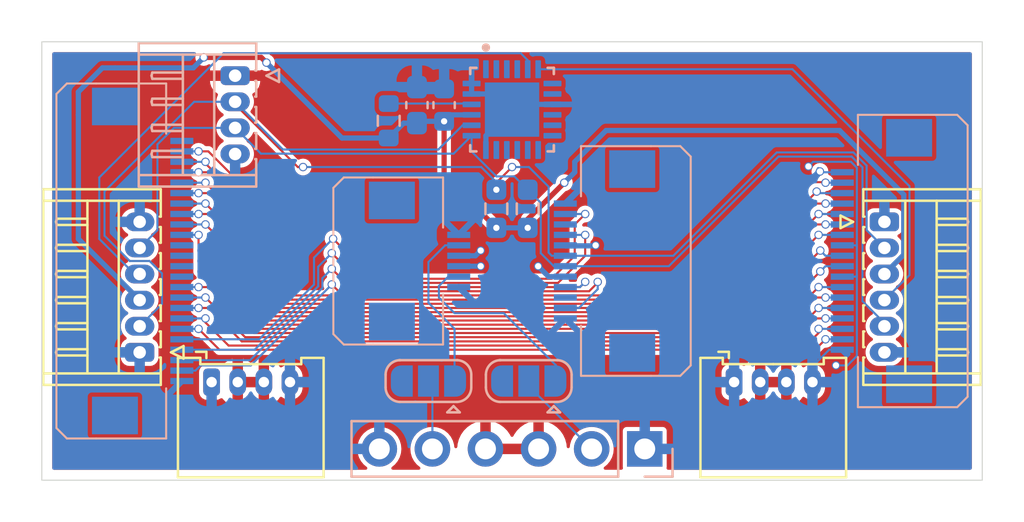
<source format=kicad_pcb>
(kicad_pcb (version 20240108) (generator "pcbnew") (generator_version "8.0")
  (layers (0 "F.Cu" signal) (31 "B.Cu" signal) (34 "B.Paste" user) (35 "F.Paste" user) (36 "B.SilkS" user "B.Silkscreen") (37 "F.SilkS" user "F.Silkscreen") (38 "B.Mask" user) (39 "F.Mask" user) (44 "Edge.Cuts" user))
  (net 0 "")
  (net 1 "GND")
  (net 2 "+3V3")
  (net 3 "+5V")
  (net 4 "SCL")
  (net 5 "SDA")
  (net 6 "Net-(U2-~{INT})")
  (net 7 "EXP Comms B")
  (net 8 "EXP Comms A")
  (net 11 "XShut 0")
  (net 18 "XShut 1")
  (net 25 "GPIO 2")
  (net 26 "GPIO 1")
  (net 27 "GPIO 0")
  (net 28 "GPIO 3")
  (net 29 "Exp 11")
  (net 30 "Exp 5")
  (net 31 "Exp 7")
  (net 32 "Exp 4")
  (net 33 "Exp 13")
  (net 34 "Exp 0")
  (net 35 "Exp 2")
  (net 36 "Exp 12")
  (net 37 "Exp 8")
  (net 38 "Exp 10")
  (net 39 "Exp 6")
  (net 40 "Exp 9")
  (net 41 "Exp 1")
  (net 42 "Exp 3")
  (net 43 "USB -")
  (net 44 "USB +")
  (net 45 "Net-(J2-Pin_2)")
  (net 46 "Net-(J2-Pin_5)")
  (footprint "Connector_Molex:Molex_PicoBlade_53048-0410_1x04_P1.25mm_Horizontal" (layer "F.Cu") (at 135.625 105.8)
    (property "Reference" "J4" (hide yes))
    (property "Value" "JST [D]" (hide yes))
  )
  (footprint "Connector_Hirose:Hirose_DF13-06P-1.25DS_1x06_P1.25mm_Horizontal" (layer "F.Cu") (at 132.1825 104.375001 90)
    (property "Reference" "U3" (hide yes))
    (property "Value" "TOF 0" (hide yes))
  )
  (footprint "Connector_Molex:Molex_PicoBlade_53048-0410_1x04_P1.25mm_Horizontal" (layer "F.Cu") (at 160.625 105.8)
    (property "Reference" "J3" (hide yes))
    (property "Value" "JST [D]" (hide yes))
  )
  (footprint "Connector_Hirose:Hirose_DF13-06P-1.25DS_1x06_P1.25mm_Horizontal" (layer "F.Cu") (at 167.8175 98.125 -90)
    (property "Reference" "U4" (hide yes))
    (property "Value" "TOF 1" (hide yes))
  )
  (footprint "Jumper:SolderJumper-3_P1.3mm_Open_RoundedPad1.0x1.5mm" (layer "B.Cu") (at 150.8 105.75 180)
    (property "Reference" "JP1" (hide yes))
    (property "Value" "SolderJumper_3_Open" (hide yes))
  )
  (footprint "Connector_PinHeader_2.54mm:PinHeader_1x06_P2.54mm_Vertical" (layer "B.Cu") (at 156.35 109 90)
    (property "Reference" "J2" (hide yes))
    (property "Value" "Pogo Pins" (hide yes))
  )
  (footprint "Resistor_SMD:R_0603_1608Metric" (layer "B.Cu") (at 144.1 93.285 90)
    (property "Reference" "R3" (hide yes))
    (property "Value" "10K" (hide yes))
  )
  (footprint "Connector_Hirose:Hirose_DF13-04P-1.25DS_1x04_P1.25mm_Horizontal" (layer "B.Cu") (at 136.75 91.125 -90)
    (property "Reference" "J1" (hide yes))
    (property "Value" "USB" (hide yes))
  )
  (footprint "FFC_Connector:FFC Aliexpress 0.5mm 6P" (layer "B.Cu") (at 146.5 100 90)
    (property "Reference" "U1" (hide yes))
    (property "Value" "Comms Link Expansion" (hide yes))
  )
  (footprint "Resistor_SMD:R_0603_1608Metric_Pad0.98x0.95mm_HandSolder" (layer "B.Cu") (at 149.25 97.5 90)
    (property "Reference" "R2" (hide yes))
    (property "Value" "10K" (hide yes))
  )
  (footprint "Capacitor_SMD:C_0603_1608Metric_Pad1.08x0.95mm_HandSolder" (layer "B.Cu") (at 145.45 92.535 90)
    (property "Reference" "C2" (hide yes))
    (property "Value" "22uF" (hide yes))
  )
  (footprint "Resistor_SMD:R_0603_1608Metric_Pad0.98x0.95mm_HandSolder" (layer "B.Cu") (at 150.75 97.5 90)
    (property "Reference" "R1" (hide yes))
    (property "Value" "10K" (hide yes))
  )
  (footprint "Capacitor_SMD:C_0603_1608Metric" (layer "B.Cu") (at 146.75 92.535 90)
    (property "Reference" "C1" (hide yes))
    (property "Value" "0.1uF" (hide yes))
  )
  (footprint "IO_Expander_TCA9535RTWR:QFN50P400X400X80-25N" (layer "B.Cu") (at 150 92.75 -90)
    (property "Reference" "U2" (hide yes))
    (property "Value" "TCA9535RTWR" (hide yes))
  )
  (footprint "FFC_Connector:FFC Aliexpress 0.5mm 24P" (layer "B.Cu") (at 133.25 100 90)
    (property "Reference" "U7" (hide yes))
    (property "Value" "Expansion" (hide yes))
  )
  (footprint "FFC_Connector:FFC Aliexpress 0.5mm 18P" (layer "B.Cu") (at 166.75 100 -90)
    (property "Reference" "U6" (hide yes))
    (property "Value" "Display" (hide yes))
  )
  (footprint "Jumper:SolderJumper-3_P1.3mm_Open_RoundedPad1.0x1.5mm" (layer "B.Cu") (at 146 105.75 180)
    (property "Reference" "JP2" (hide yes))
    (property "Value" "SolderJumper_3_Open" (hide yes))
  )
  (footprint "FFC_Connector:FFC Aliexpress 0.5mm 12P" (layer "B.Cu") (at 153.5 100 -90)
    (property "Reference" "U5" (hide yes))
    (property "Value" "FFC [U]" (hide yes))
  )
  (gr_rect (start 127.5 89.5) (end 172.5 110.5) (stroke (width 0.05)) (fill none) (layer "Edge.Cuts"))
  (via (at 164.731671 95.713341) (size 0.4) (drill 0.3) (layers "F.Cu" "B.Cu") (net 1))
  (segment (start 148.75 94) (end 150 92.75) (width 0.25) (layer "B.Cu") (net 1))
  (segment (start 150.25 92.5) (end 151.935 92.5) (width 0.25) (layer "B.Cu") (net 1))
  (segment (start 165.8 95.75) (end 164.76833 95.75) (width 0.1) (layer "B.Cu") (net 1))
  (segment (start 164.76833 95.75) (end 164.731671 95.713341) (width 0.1) (layer "B.Cu") (net 1))
  (segment (start 148.75 94.685) (end 148.75 94) (width 0.25) (layer "B.Cu") (net 1))
  (segment (start 164.375 105.8) (end 164.375 105.05) (width 0.1) (layer "B.Cu") (net 1))
  (segment (start 164.375 105.05) (end 165.175 104.25) (width 0.1) (layer "B.Cu") (net 1))
  (segment (start 148.065 91.5) (end 148.065 91.999999) (width 0.25) (layer "B.Cu") (net 1))
  (segment (start 148.064999 92) (end 149.25 92) (width 0.25) (layer "B.Cu") (net 1))
  (segment (start 150 92.75) (end 150.25 92.5) (width 0.25) (layer "B.Cu") (net 1))
  (segment (start 149.25 92) (end 150 92.75) (width 0.25) (layer "B.Cu") (net 1))
  (segment (start 148.065 91.999999) (end 148.064999 92) (width 0.25) (layer "B.Cu") (net 1))
  (segment (start 165.175 104.25) (end 165.8 104.25) (width 0.1) (layer "B.Cu") (net 1))
  (segment (start 150.75 98.4125) (end 150.75 98) (width 0.25) (layer "F.Cu") (net 2))
  (segment (start 149.25 98.4125) (end 146.75 95.9125) (width 0.25) (layer "F.Cu") (net 2))
  (segment (start 138 90.25) (end 138.25 90.5) (width 0.25) (layer "F.Cu") (net 2))
  (segment (start 150.75 98) (end 152.5 96.25) (width 0.25) (layer "F.Cu") (net 2))
  (segment (start 146.75 95.9125) (end 146.75 93.31) (width 0.25) (layer "F.Cu") (net 2))
  (segment (start 135.25 90.25) (end 138 90.25) (width 0.25) (layer "F.Cu") (net 2))
  (via (at 150.75 98.4125) (size 0.4) (drill 0.3) (layers "F.Cu" "B.Cu") (net 2))
  (via (at 149.25 98.4125) (size 0.4) (drill 0.3) (layers "F.Cu" "B.Cu") (net 2))
  (via (at 146.75 93.31) (size 0.4) (drill 0.3) (layers "F.Cu" "B.Cu") (net 2))
  (via (at 135.25 90.25) (size 0.4) (drill 0.3) (layers "F.Cu" "B.Cu") (net 2))
  (via (at 138.25 90.5) (size 0.4) (drill 0.3) (layers "F.Cu" "B.Cu") (net 2))
  (via (at 152.5 96.25) (size 0.4) (drill 0.3) (layers "F.Cu" "B.Cu") (net 2))
  (segment (start 148.065 93) (end 147.06 93) (width 0.25) (layer "B.Cu") (net 2))
  (segment (start 132.1825 101.875001) (end 129.25 98.942501) (width 0.25) (layer "B.Cu") (net 2))
  (segment (start 154.5 93.75) (end 165.671751 93.75) (width 0.25) (layer "B.Cu") (net 2))
  (segment (start 129.25 98.942501) (end 129.25 93) (width 0.25) (layer "B.Cu") (net 2))
  (segment (start 153 95.25) (end 154.5 93.75) (width 0.25) (layer "B.Cu") (net 2))
  (segment (start 145.45 93.397501) (end 144.812499 93.397501) (width 0.25) (layer "B.Cu") (net 2))
  (segment (start 149.25 98.4125) (end 150.75 98.4125) (width 0.25) (layer "B.Cu") (net 2))
  (segment (start 131 90.75) (end 134.75 90.75) (width 0.25) (layer "B.Cu") (net 2))
  (segment (start 165.671751 93.75) (end 168.7425 96.820749) (width 0.25) (layer "B.Cu") (net 2))
  (segment (start 153 95.75) (end 153 95.25) (width 0.25) (layer "B.Cu") (net 2))
  (segment (start 146.75 93.31) (end 145.537501 93.31) (width 0.25) (layer "B.Cu") (net 2))
  (segment (start 138.25 90.5) (end 141.86 94.11) (width 0.25) (layer "B.Cu") (net 2))
  (segment (start 130.4 90.75) (end 131 90.75) (width 0.25) (layer "B.Cu") (net 2))
  (segment (start 144.812499 93.397501) (end 144.1 94.11) (width 0.25) (layer "B.Cu") (net 2))
  (segment (start 147.06 93) (end 146.75 93.31) (width 0.25) (layer "B.Cu") (net 2))
  (segment (start 141.86 94.11) (end 144.1 94.11) (width 0.25) (layer "B.Cu") (net 2))
  (segment (start 129.25 91.9) (end 130.4 90.75) (width 0.25) (layer "B.Cu") (net 2))
  (segment (start 134.75 90.75) (end 135.25 90.25) (width 0.25) (layer "B.Cu") (net 2))
  (segment (start 168.7425 99.7) (end 167.8175 100.625) (width 0.25) (layer "B.Cu") (net 2))
  (segment (start 168.7425 96.820749) (end 168.7425 99.7) (width 0.25) (layer "B.Cu") (net 2))
  (segment (start 145.537501 93.31) (end 145.45 93.397501) (width 0.25) (layer "B.Cu") (net 2))
  (segment (start 129.25 93) (end 129.25 91.9) (width 0.25) (layer "B.Cu") (net 2))
  (segment (start 152.5 96.25) (end 153 95.75) (width 0.25) (layer "B.Cu") (net 2))
  (via (at 151.25 100.25) (size 0.4) (drill 0.3) (layers "F.Cu" "B.Cu") (net 3))
  (via (at 148.5 100.25) (size 0.4) (drill 0.3) (layers "F.Cu" "B.Cu") (net 3))
  (via (at 164.183071 95.470356) (size 0.4) (drill 0.3) (layers "F.Cu" "B.Cu") (net 3))
  (via (at 154 99.25) (size 0.4) (drill 0.3) (layers "F.Cu" "B.Cu") (net 3))
  (via (at 148.5 99.5) (size 0.4) (drill 0.3) (layers "F.Cu" "B.Cu") (net 3))
  (via (at 165.5 105) (size 0.4) (drill 0.3) (layers "F.Cu" "B.Cu") (net 3))
  (segment (start 151.750001 100.750001) (end 151.25 100.25) (width 0.25) (layer "B.Cu") (net 3))
  (segment (start 152.575001 99.275) (end 153.975 99.275) (width 0.25) (layer "B.Cu") (net 3))
  (segment (start 164.403427 95.25) (end 164.183071 95.470356) (width 0.1) (layer "B.Cu") (net 3))
  (segment (start 166.5 99.299999) (end 166.5 100.700001) (width 0.1) (layer "B.Cu") (net 3))
  (segment (start 164.558615 95.25) (end 164.403427 95.25) (width 0.1) (layer "B.Cu") (net 3))
  (segment (start 166.5 95.532842) (end 166.5 99.299999) (width 0.1) (layer "B.Cu") (net 3))
  (segment (start 147.45 99.75) (end 148.25 99.75) (width 0.25) (layer "B.Cu") (net 3))
  (segment (start 166.05 105) (end 165.5 105) (width 0.1) (layer "B.Cu") (net 3))
  (segment (start 147.45 100.25) (end 148.5 100.25) (width 0.25) (layer "B.Cu") (net 3))
  (segment (start 164.558615 95.25) (end 166.217158 95.25) (width 0.1) (layer "B.Cu") (net 3))
  (segment (start 153.975 99.275) (end 154 99.25) (width 0.25) (layer "B.Cu") (net 3))
  (segment (start 152.55 99.249999) (end 152.575001 99.275) (width 0.25) (layer "B.Cu") (net 3))
  (segment (start 152.55 100.750001) (end 151.750001 100.750001) (width 0.25) (layer "B.Cu") (net 3))
  (segment (start 166.45 100.750001) (end 165.8 100.750001) (width 0.1) (layer "B.Cu") (net 3))
  (segment (start 165.8 99.249999) (end 166.45 99.249999) (width 0.1) (layer "B.Cu") (net 3))
  (segment (start 166.5 100.700001) (end 166.5 104.55) (width 0.1) (layer "B.Cu") (net 3))
  (segment (start 166.5 104.55) (end 166.05 105) (width 0.1) (layer "B.Cu") (net 3))
  (segment (start 148.25 99.75) (end 148.5 99.5) (width 0.25) (layer "B.Cu") (net 3))
  (segment (start 166.217158 95.25) (end 166.5 95.532842) (width 0.1) (layer "B.Cu") (net 3))
  (segment (start 166.5 100.700001) (end 166.45 100.750001) (width 0.1) (layer "B.Cu") (net 3))
  (segment (start 166.45 99.249999) (end 166.5 99.299999) (width 0.1) (layer "B.Cu") (net 3))
  (segment (start 148.065 94.758296) (end 149.256704 95.95) (width 0.1) (layer "B.Cu") (net 4))
  (segment (start 167.8175 103.125) (end 167.8175 102.973527) (width 0.1) (layer "B.Cu") (net 4))
  (segment (start 150.1125 95.95) (end 150.75 96.5875) (width 0.1) (layer "B.Cu") (net 4))
  (segment (start 136.75 93.625) (end 137.985 94.86) (width 0.1) (layer "B.Cu") (net 4))
  (segment (start 133.0325 98.525001) (end 133.0325 94.417499) (width 0.1) (layer "B.Cu") (net 4))
  (segment (start 132.1825 99.375001) (end 133.0325 98.525001) (width 0.1) (layer "B.Cu") (net 4))
  (segment (start 137.985 94.86) (end 147.205 94.86) (width 0.1) (layer "B.Cu") (net 4))
  (segment (start 162.75 95) (end 157.5 100.25) (width 0.1) (layer "B.Cu") (net 4))
  (segment (start 133.0325 94.417499) (end 133.824999 93.625) (width 0.1) (layer "B.Cu") (net 4))
  (segment (start 151.375 99.625) (end 152 100.25) (width 0.1) (layer "B.Cu") (net 4))
  (segment (start 166.7675 101.923527) (end 166.7675 95.5175) (width 0.1) (layer "B.Cu") (net 4))
  (segment (start 149.256704 95.95) (end 150.1125 95.95) (width 0.1) (layer "B.Cu") (net 4))
  (segment (start 152 100.25) (end 152.55 100.25) (width 0.1) (layer "B.Cu") (net 4))
  (segment (start 157.5 100.25) (end 152.55 100.25) (width 0.1) (layer "B.Cu") (net 4))
  (segment (start 166.25 95) (end 162.75 95) (width 0.1) (layer "B.Cu") (net 4))
  (segment (start 150.75 96.5875) (end 151.375 97.2125) (width 0.1) (layer "B.Cu") (net 4))
  (segment (start 148.065 94) (end 148.065 94.758296) (width 0.1) (layer "B.Cu") (net 4))
  (segment (start 147.205 94.86) (end 148.065 94) (width 0.1) (layer "B.Cu") (net 4))
  (segment (start 167.8175 102.973527) (end 166.7675 101.923527) (width 0.1) (layer "B.Cu") (net 4))
  (segment (start 133.824999 93.625) (end 136.75 93.625) (width 0.1) (layer "B.Cu") (net 4))
  (segment (start 151.375 97.2125) (end 151.375 99.625) (width 0.1) (layer "B.Cu") (net 4))
  (segment (start 166.7675 95.5175) (end 166.25 95) (width 0.1) (layer "B.Cu") (net 4))
  (segment (start 149.25 96.25) (end 149.25 96.5875) (width 0.1) (layer "F.Cu") (net 5))
  (segment (start 136.75 92.374999) (end 136.75 92.5) (width 0.1) (layer "F.Cu") (net 5))
  (segment (start 139.5 95.25) (end 139.75 95.5) (width 0.1) (layer "F.Cu") (net 5))
  (segment (start 139.75 95.5) (end 140 95.5) (width 0.1) (layer "F.Cu") (net 5))
  (segment (start 136.75 92.5) (end 139.5 95.25) (width 0.1) (layer "F.Cu") (net 5))
  (segment (start 150 95.5) (end 149.25 96.25) (width 0.1) (layer "F.Cu") (net 5))
  (via (at 149.25 96.5875) (size 0.4) (drill 0.3) (layers "F.Cu" "B.Cu") (net 5))
  (via (at 150 95.5) (size 0.4) (drill 0.3) (layers "F.Cu" "B.Cu") (net 5))
  (via (at 140 95.5) (size 0.4) (drill 0.3) (layers "F.Cu" "B.Cu") (net 5))
  (segment (start 146.474999 94.66) (end 147.634999 93.5) (width 0.1) (layer "B.Cu") (net 5))
  (segment (start 151.75 99.6) (end 151.75 96.443297) (width 0.1) (layer "B.Cu") (net 5))
  (segment (start 166.332843 94.8) (end 166.9675 95.434657) (width 0.1) (layer "B.Cu") (net 5))
  (segment (start 148.523862 95.5) (end 149.25 96.226138) (width 0.1) (layer "B.Cu") (net 5))
  (segment (start 136.75 92.374999) (end 139.035001 94.66) (width 0.1) (layer "B.Cu") (net 5))
  (segment (start 133.25 102.057502) (end 132.1825 103.125002) (width 0.1) (layer "B.Cu") (net 5))
  (segment (start 130.5 96.667157) (end 130.5 98.791029) (width 0.1) (layer "B.Cu") (net 5))
  (segment (start 139.035001 94.66) (end 146.474999 94.66) (width 0.1) (layer "B.Cu") (net 5))
  (segment (start 140 95.5) (end 148.523862 95.5) (width 0.1) (layer "B.Cu") (net 5))
  (segment (start 136.75 92.374999) (end 134.792158 92.374999) (width 0.1) (layer "B.Cu") (net 5))
  (segment (start 150.806703 95.5) (end 150 95.5) (width 0.1) (layer "B.Cu") (net 5))
  (segment (start 131.708971 100) (end 132.656026 100) (width 0.1) (layer "B.Cu") (net 5))
  (segment (start 152.55 99.75) (end 157.717158 99.75) (width 0.1) (layer "B.Cu") (net 5))
  (segment (start 130.5 98.791029) (end 131.708971 100) (width 0.1) (layer "B.Cu") (net 5))
  (segment (start 162.667158 94.8) (end 166.332843 94.8) (width 0.1) (layer "B.Cu") (net 5))
  (segment (start 147.634999 93.5) (end 148.064999 93.5) (width 0.1) (layer "B.Cu") (net 5))
  (segment (start 152.55 99.75) (end 151.9 99.75) (width 0.1) (layer "B.Cu") (net 5))
  (segment (start 151.9 99.75) (end 151.75 99.6) (width 0.1) (layer "B.Cu") (net 5))
  (segment (start 151.75 96.443297) (end 150.806703 95.5) (width 0.1) (layer "B.Cu") (net 5))
  (segment (start 132.656026 100) (end 133.25 100.593974) (width 0.1) (layer "B.Cu") (net 5))
  (segment (start 166.9675 95.434657) (end 166.9675 98.524999) (width 0.1) (layer "B.Cu") (net 5))
  (segment (start 157.717158 99.75) (end 162.667158 94.8) (width 0.1) (layer "B.Cu") (net 5))
  (segment (start 134.792158 92.374999) (end 130.5 96.667157) (width 0.1) (layer "B.Cu") (net 5))
  (segment (start 149.25 96.226138) (end 149.25 96.5875) (width 0.1) (layer "B.Cu") (net 5))
  (segment (start 166.9675 98.524999) (end 167.8175 99.374999) (width 0.1) (layer "B.Cu") (net 5))
  (segment (start 133.25 100.593974) (end 133.25 102.057502) (width 0.1) (layer "B.Cu") (net 5))
  (segment (start 148.025 92.46) (end 148.065 92.5) (width 0.1) (layer "B.Cu") (net 6))
  (segment (start 144.1 92.46) (end 148.025 92.46) (width 0.1) (layer "B.Cu") (net 6))
  (segment (start 147.25 103.25) (end 146 102) (width 0.1) (layer "B.Cu") (net 7))
  (segment (start 146 102) (end 146 100.049999) (width 0.1) (layer "B.Cu") (net 7))
  (segment (start 147.25 105.7) (end 147.25 103.25) (width 0.1) (layer "B.Cu") (net 7))
  (segment (start 147.3 105.75) (end 147.25 105.7) (width 0.1) (layer "B.Cu") (net 7))
  (segment (start 146.8 99.249999) (end 147.45 99.249999) (width 0.1) (layer "B.Cu") (net 7))
  (segment (start 146 100.049999) (end 146.8 99.249999) (width 0.1) (layer "B.Cu") (net 7))
  (segment (start 152.1 104.995) (end 149.605 102.5) (width 0.1) (layer "B.Cu") (net 8))
  (segment (start 152.1 105.75) (end 152.1 104.995) (width 0.1) (layer "B.Cu") (net 8))
  (segment (start 146.5 101.2) (end 146.949999 100.750001) (width 0.1) (layer "B.Cu") (net 8))
  (segment (start 147.25 102.5) (end 146.5 101.75) (width 0.1) (layer "B.Cu") (net 8))
  (segment (start 146.5 101.75) (end 146.5 101.2) (width 0.1) (layer "B.Cu") (net 8))
  (segment (start 146.949999 100.750001) (end 147.45 100.750001) (width 0.1) (layer "B.Cu") (net 8))
  (segment (start 149.605 102.5) (end 147.25 102.5) (width 0.1) (layer "B.Cu") (net 8))
  (segment (start 131.9325 100.625002) (end 130.25 98.942502) (width 0.1) (layer "B.Cu") (net 11))
  (segment (start 130.25 96) (end 136.2 90.05) (width 0.1) (layer "B.Cu") (net 11))
  (segment (start 130.25 98.942502) (end 130.25 96) (width 0.1) (layer "B.Cu") (net 11))
  (segment (start 132.1825 100.625002) (end 131.9325 100.625002) (width 0.1) (layer "B.Cu") (net 11))
  (segment (start 150.75 90.384999) (end 150.75 90.814999) (width 0.1) (layer "B.Cu") (net 11))
  (segment (start 136.2 90.05) (end 150.415001 90.05) (width 0.1) (layer "B.Cu") (net 11))
  (segment (start 150.415001 90.05) (end 150.75 90.384999) (width 0.1) (layer "B.Cu") (net 11))
  (segment (start 163.415 90.815) (end 151.25 90.815) (width 0.1) (layer "B.Cu") (net 18))
  (segment (start 169.0175 96.4175) (end 163.415 90.815) (width 0.1) (layer "B.Cu") (net 18))
  (segment (start 169.0175 100.674999) (end 169.0175 96.4175) (width 0.1) (layer "B.Cu") (net 18))
  (segment (start 167.8175 101.874999) (end 169.0175 100.674999) (width 0.1) (layer "B.Cu") (net 18))
  (segment (start 142.25 101.25) (end 153.25 101.25) (width 0.1) (layer "F.Cu") (net 25))
  (segment (start 141.375 100.375) (end 142.25 101.25) (width 0.1) (layer "F.Cu") (net 25))
  (segment (start 153.25 101.25) (end 153.5 101) (width 0.1) (layer "F.Cu") (net 25))
  (via (at 153.5 101) (size 0.4) (drill 0.3) (layers "F.Cu" "B.Cu") (net 25))
  (via (at 141.375 100.375) (size 0.4) (drill 0.3) (layers "F.Cu" "B.Cu") (net 25))
  (segment (start 152.55 101.25) (end 153.25 101.25) (width 0.1) (layer "B.Cu") (net 25))
  (segment (start 137.467158 104.75) (end 140.925 101.292158) (width 0.1) (layer "B.Cu") (net 25))
  (segment (start 134.2 104.75) (end 137.467158 104.75) (width 0.1) (layer "B.Cu") (net 25))
  (segment (start 140.925 100.825) (end 141.375 100.375) (width 0.1) (layer "B.Cu") (net 25))
  (segment (start 140.925 101.292158) (end 140.925 100.825) (width 0.1) (layer "B.Cu") (net 25))
  (segment (start 153.25 101.25) (end 153.5 101) (width 0.1) (layer "B.Cu") (net 25))
  (segment (start 152.2 101.05) (end 153.5 99.75) (width 0.1) (layer "F.Cu") (net 26))
  (segment (start 141.375 99.625) (end 142.8 101.05) (width 0.1) (layer "F.Cu") (net 26))
  (segment (start 153.5 99.75) (end 153.5 98.75) (width 0.1) (layer "F.Cu") (net 26))
  (segment (start 142.8 101.05) (end 152.2 101.05) (width 0.1) (layer "F.Cu") (net 26))
  (via (at 153.5 98.75) (size 0.4) (drill 0.3) (layers "F.Cu" "B.Cu") (net 26))
  (via (at 141.375 99.625) (size 0.4) (drill 0.3) (layers "F.Cu" "B.Cu") (net 26))
  (segment (start 137.684316 104.25) (end 134.2 104.25) (width 0.1) (layer "B.Cu") (net 26))
  (segment (start 152.55 98.75) (end 153.5 98.75) (width 0.1) (layer "B.Cu") (net 26))
  (segment (start 140.725 100.275) (end 140.725 101.209316) (width 0.1) (layer "B.Cu") (net 26))
  (segment (start 140.725 101.209316) (end 137.684316 104.25) (width 0.1) (layer "B.Cu") (net 26))
  (segment (start 141.375 99.625) (end 140.725 100.275) (width 0.1) (layer "B.Cu") (net 26))
  (segment (start 151.9 100.85) (end 153 99.75) (width 0.1) (layer "F.Cu") (net 27))
  (segment (start 153 99.75) (end 153 98.25) (width 0.1) (layer "F.Cu") (net 27))
  (segment (start 153 98.25) (end 153.5 97.75) (width 0.1) (layer "F.Cu") (net 27))
  (segment (start 143.35 100.85) (end 151.9 100.85) (width 0.1) (layer "F.Cu") (net 27))
  (segment (start 141.4375 98.9375) (end 143.35 100.85) (width 0.1) (layer "F.Cu") (net 27))
  (via (at 153.5 97.75) (size 0.4) (drill 0.3) (layers "F.Cu" "B.Cu") (net 27))
  (via (at 141.4375 98.9375) (size 0.4) (drill 0.3) (layers "F.Cu" "B.Cu") (net 27))
  (segment (start 141.426103 98.9375) (end 141.4375 98.9375) (width 0.1) (layer "B.Cu") (net 27))
  (segment (start 140.525 101.126474) (end 140.525 99.838603) (width 0.1) (layer "B.Cu") (net 27))
  (segment (start 137.901474 103.75) (end 140.525 101.126474) (width 0.1) (layer "B.Cu") (net 27))
  (segment (start 134.2 103.75) (end 137.901474 103.75) (width 0.1) (layer "B.Cu") (net 27))
  (segment (start 140.525 99.838603) (end 141.426103 98.9375) (width 0.1) (layer "B.Cu") (net 27))
  (segment (start 152.55 97.75) (end 153.5 97.75) (width 0.1) (layer "B.Cu") (net 27))
  (segment (start 154.100003 100.963606) (end 154.100003 101) (width 0.1) (layer "F.Cu") (net 28))
  (segment (start 141.7 101.45) (end 153.686397 101.45) (width 0.1) (layer "F.Cu") (net 28))
  (segment (start 153.686397 101.45) (end 154.100003 101.036394) (width 0.1) (layer "F.Cu") (net 28))
  (segment (start 154.100003 101.036394) (end 154.100003 100.963606) (width 0.1) (layer "F.Cu") (net 28))
  (segment (start 141.375 101.125) (end 141.7 101.45) (width 0.1) (layer "F.Cu") (net 28))
  (via (at 141.375 101.125) (size 0.4) (drill 0.3) (layers "F.Cu" "B.Cu") (net 28))
  (via (at 154.100003 101) (size 0.4) (drill 0.3) (layers "F.Cu" "B.Cu") (net 28))
  (segment (start 153.2 102.25) (end 154.100003 101.349997) (width 0.1) (layer "B.Cu") (net 28))
  (segment (start 137.5 105) (end 135.1 105) (width 0.1) (layer "B.Cu") (net 28))
  (segment (start 135.1 105) (end 134.85 105.25) (width 0.1) (layer "B.Cu") (net 28))
  (segment (start 152.55 102.25) (end 153.2 102.25) (width 0.1) (layer "B.Cu") (net 28))
  (segment (start 154.100003 101.349997) (end 154.100003 101) (width 0.1) (layer "B.Cu") (net 28))
  (segment (start 141.375 101.125) (end 137.5 105) (width 0.1) (layer "B.Cu") (net 28))
  (segment (start 134.85 105.25) (end 134.2 105.25) (width 0.1) (layer "B.Cu") (net 28))
  (segment (start 163.15 101.071282) (end 163.15 98.631937) (width 0.1) (layer "F.Cu") (net 29))
  (segment (start 162.171282 102.05) (end 163.15 101.071282) (width 0.1) (layer "F.Cu") (net 29))
  (segment (start 136.85 100.652043) (end 138.247957 102.05) (width 0.1) (layer "F.Cu") (net 29))
  (segment (start 164.531937 97.25) (end 165 97.25) (width 0.1) (layer "F.Cu") (net 29))
  (segment (start 135.468059 95.75) (end 136.85 97.131941) (width 0.1) (layer "F.Cu") (net 29))
  (segment (start 136.85 97.131941) (end 136.85 100.652043) (width 0.1) (layer "F.Cu") (net 29))
  (segment (start 138.247957 102.05) (end 162.171282 102.05) (width 0.1) (layer "F.Cu") (net 29))
  (segment (start 135 95.75) (end 135.468059 95.75) (width 0.1) (layer "F.Cu") (net 29))
  (segment (start 163.15 98.631937) (end 164.531937 97.25) (width 0.1) (layer "F.Cu") (net 29))
  (via (at 165 97.25) (size 0.4) (drill 0.3) (layers "F.Cu" "B.Cu") (net 29))
  (via (at 135 95.75) (size 0.4) (drill 0.3) (layers "F.Cu" "B.Cu") (net 29))
  (segment (start 165.8 97.25) (end 165 97.25) (width 0.1) (layer "B.Cu") (net 29))
  (segment (start 134.2 95.75) (end 135 95.75) (width 0.1) (layer "B.Cu") (net 29))
  (segment (start 137.750905 103.25) (end 162.668334 103.25) (width 0.1) (layer "F.Cu") (net 30))
  (segment (start 162.668334 103.25) (end 164.668336 101.249998) (width 0.1) (layer "F.Cu") (net 30))
  (segment (start 135 98.75) (end 135 100.499095) (width 0.1) (layer "F.Cu") (net 30))
  (segment (start 135 100.499095) (end 137.750905 103.25) (width 0.1) (layer "F.Cu") (net 30))
  (via (at 164.668336 101.249998) (size 0.4) (drill 0.3) (layers "F.Cu" "B.Cu") (net 30))
  (via (at 135 98.75) (size 0.4) (drill 0.3) (layers "F.Cu" "B.Cu") (net 30))
  (segment (start 164.668338 101.25) (end 164.668336 101.249998) (width 0.1) (layer "B.Cu") (net 30))
  (segment (start 134.2 98.75) (end 135 98.75) (width 0.1) (layer "B.Cu") (net 30))
  (segment (start 165.8 101.25) (end 164.668338 101.25) (width 0.1) (layer "B.Cu") (net 30))
  (segment (start 135.468063 97.75) (end 136 98.281937) (width 0.1) (layer "F.Cu") (net 31))
  (segment (start 163.992746 101.359904) (end 163.992746 100.257254) (width 0.1) (layer "F.Cu") (net 31))
  (segment (start 162.50265 102.85) (end 163.992746 101.359904) (width 0.1) (layer "F.Cu") (net 31))
  (segment (start 136 98.281937) (end 136 100.933411) (width 0.1) (layer "F.Cu") (net 31))
  (segment (start 163.992746 100.257254) (end 164.75 99.5) (width 0.1) (layer "F.Cu") (net 31))
  (segment (start 137.916589 102.85) (end 162.50265 102.85) (width 0.1) (layer "F.Cu") (net 31))
  (segment (start 135 97.75) (end 135.468063 97.75) (width 0.1) (layer "F.Cu") (net 31))
  (segment (start 136 100.933411) (end 137.916589 102.85) (width 0.1) (layer "F.Cu") (net 31))
  (via (at 164.75 99.5) (size 0.4) (drill 0.3) (layers "F.Cu" "B.Cu") (net 31))
  (via (at 135 97.75) (size 0.4) (drill 0.3) (layers "F.Cu" "B.Cu") (net 31))
  (segment (start 165 99.75) (end 164.75 99.5) (width 0.1) (layer "B.Cu") (net 31))
  (segment (start 165.8 99.75) (end 165 99.75) (width 0.1) (layer "B.Cu") (net 31))
  (segment (start 134.2 97.75) (end 135 97.75) (width 0.1) (layer "B.Cu") (net 31))
  (segment (start 164.531937 101.75) (end 162.831937 103.45) (width 0.1) (layer "F.Cu") (net 32))
  (segment (start 162.831937 103.45) (end 137.668063 103.45) (width 0.1) (layer "F.Cu") (net 32))
  (segment (start 135.468063 101.25) (end 135 101.25) (width 0.1) (layer "F.Cu") (net 32))
  (segment (start 165 101.75) (end 164.531937 101.75) (width 0.1) (layer "F.Cu") (net 32))
  (segment (start 137.668063 103.45) (end 135.468063 101.25) (width 0.1) (layer "F.Cu") (net 32))
  (via (at 135 101.25) (size 0.4) (drill 0.3) (layers "F.Cu" "B.Cu") (net 32))
  (via (at 165 101.75) (size 0.4) (drill 0.3) (layers "F.Cu" "B.Cu") (net 32))
  (segment (start 165.000001 101.749999) (end 165 101.75) (width 0.1) (layer "B.Cu") (net 32))
  (segment (start 134.2 101.25) (end 135 101.25) (width 0.1) (layer "B.Cu") (net 32))
  (segment (start 165.8 101.749999) (end 165.000001 101.749999) (width 0.1) (layer "B.Cu") (net 32))
  (segment (start 162.75 100.905598) (end 162.75 97.8636) (width 0.1) (layer "F.Cu") (net 33))
  (segment (start 162.005598 101.65) (end 162.75 100.905598) (width 0.1) (layer "F.Cu") (net 33))
  (segment (start 164.974264 96.224264) (end 165 96.25) (width 0.1) (layer "F.Cu") (net 33))
  (segment (start 138.413641 101.65) (end 162.005598 101.65) (width 0.1) (layer "F.Cu") (net 33))
  (segment (start 135.468063 94.75) (end 137.25 96.531937) (width 0.1) (layer "F.Cu") (net 33))
  (segment (start 137.25 100.486359) (end 138.413641 101.65) (width 0.1) (layer "F.Cu") (net 33))
  (segment (start 164.389336 96.224264) (end 164.974264 96.224264) (width 0.1) (layer "F.Cu") (net 33))
  (segment (start 135 94.75) (end 135.468063 94.75) (width 0.1) (layer "F.Cu") (net 33))
  (segment (start 137.25 96.531937) (end 137.25 100.486359) (width 0.1) (layer "F.Cu") (net 33))
  (segment (start 162.75 97.8636) (end 164.389336 96.224264) (width 0.1) (layer "F.Cu") (net 33))
  (via (at 165 96.25) (size 0.4) (drill 0.3) (layers "F.Cu" "B.Cu") (net 33))
  (via (at 135 94.75) (size 0.4) (drill 0.3) (layers "F.Cu" "B.Cu") (net 33))
  (segment (start 134.2 94.75) (end 135 94.75) (width 0.1) (layer "B.Cu") (net 33))
  (segment (start 165.8 96.25) (end 165 96.25) (width 0.1) (layer "B.Cu") (net 33))
  (segment (start 136 104.25) (end 164.5 104.25) (width 0.1) (layer "F.Cu") (net 34))
  (segment (start 135 103.25) (end 136 104.25) (width 0.1) (layer "F.Cu") (net 34))
  (segment (start 164.5 104.25) (end 165 103.75) (width 0.1) (layer "F.Cu") (net 34))
  (via (at 165 103.75) (size 0.4) (drill 0.3) (layers "F.Cu" "B.Cu") (net 34))
  (via (at 135 103.25) (size 0.4) (drill 0.3) (layers "F.Cu" "B.Cu") (net 34))
  (segment (start 165.8 103.75) (end 165 103.75) (width 0.1) (layer "B.Cu") (net 34))
  (segment (start 134.199999 103.25) (end 135 103.25) (width 0.1) (layer "B.Cu") (net 34))
  (segment (start 165 102.75) (end 164.531937 102.75) (width 0.1) (layer "F.Cu") (net 35))
  (segment (start 137.068063 103.85) (end 135.468063 102.25) (width 0.1) (layer "F.Cu") (net 35))
  (segment (start 135.468063 102.25) (end 135 102.25) (width 0.1) (layer "F.Cu") (net 35))
  (segment (start 164.531937 102.75) (end 163.431937 103.85) (width 0.1) (layer "F.Cu") (net 35))
  (segment (start 163.431937 103.85) (end 137.068063 103.85) (width 0.1) (layer "F.Cu") (net 35))
  (via (at 135 102.25) (size 0.4) (drill 0.3) (layers "F.Cu" "B.Cu") (net 35))
  (via (at 165 102.75) (size 0.4) (drill 0.3) (layers "F.Cu" "B.Cu") (net 35))
  (segment (start 134.2 102.25) (end 135 102.25) (width 0.1) (layer "B.Cu") (net 35))
  (segment (start 165.8 102.75) (end 165 102.75) (width 0.1) (layer "B.Cu") (net 35))
  (segment (start 135.2509 95.249998) (end 137.05 97.049098) (width 0.1) (layer "F.Cu") (net 36))
  (segment (start 162.08844 101.85) (end 162.95 100.98844) (width 0.1) (layer "F.Cu") (net 36))
  (segment (start 137.05 100.569201) (end 138.330799 101.85) (width 0.1) (layer "F.Cu") (net 36))
  (segment (start 137.05 97.049098) (end 137.05 100.569201) (width 0.1) (layer "F.Cu") (net 36))
  (segment (start 162.95 98.299997) (end 164.575733 96.674264) (width 0.1) (layer "F.Cu") (net 36))
  (segment (start 138.330799 101.85) (end 162.08844 101.85) (width 0.1) (layer "F.Cu") (net 36))
  (segment (start 162.95 100.98844) (end 162.95 98.299997) (width 0.1) (layer "F.Cu") (net 36))
  (via (at 135.331664 95.249998) (size 0.4) (drill 0.3) (layers "F.Cu" "B.Cu") (net 36))
  (via (at 164.575733 96.674264) (size 0.4) (drill 0.3) (layers "F.Cu" "B.Cu") (net 36))
  (segment (start 165.800001 96.75) (end 164.651469 96.75) (width 0.1) (layer "B.Cu") (net 36))
  (segment (start 164.651469 96.75) (end 164.575733 96.674264) (width 0.1) (layer "B.Cu") (net 36))
  (segment (start 134.2 95.25) (end 135.331662 95.25) (width 0.1) (layer "B.Cu") (net 36))
  (segment (start 135.331662 95.25) (end 135.331664 95.249998) (width 0.1) (layer "B.Cu") (net 36))
  (segment (start 162.419808 102.65) (end 137.999431 102.65) (width 0.1) (layer "F.Cu") (net 37))
  (segment (start 163.75 99.668334) (end 163.75 101.319808) (width 0.1) (layer "F.Cu") (net 37))
  (segment (start 136.25 98.168338) (end 135.331664 97.250002) (width 0.1) (layer "F.Cu") (net 37))
  (segment (start 164.668336 98.749998) (end 163.75 99.668334) (width 0.1) (layer "F.Cu") (net 37))
  (segment (start 163.75 101.319808) (end 162.419808 102.65) (width 0.1) (layer "F.Cu") (net 37))
  (segment (start 136.25 100.900569) (end 136.25 98.168338) (width 0.1) (layer "F.Cu") (net 37))
  (segment (start 137.999431 102.65) (end 136.25 100.900569) (width 0.1) (layer "F.Cu") (net 37))
  (via (at 135.331664 97.250002) (size 0.4) (drill 0.3) (layers "F.Cu" "B.Cu") (net 37))
  (via (at 164.668336 98.749998) (size 0.4) (drill 0.3) (layers "F.Cu" "B.Cu") (net 37))
  (segment (start 164.668338 98.75) (end 164.668336 98.749998) (width 0.1) (layer "B.Cu") (net 37))
  (segment (start 165.8 98.75) (end 164.668338 98.75) (width 0.1) (layer "B.Cu") (net 37))
  (segment (start 135.331662 97.25) (end 135.331664 97.250002) (width 0.1) (layer "B.Cu") (net 37))
  (segment (start 134.2 97.25) (end 135.331662 97.25) (width 0.1) (layer "B.Cu") (net 37))
  (segment (start 164.668336 97.749998) (end 163.35 99.068334) (width 0.1) (layer "F.Cu") (net 38))
  (segment (start 136.65 100.734885) (end 136.65 97.568338) (width 0.1) (layer "F.Cu") (net 38))
  (segment (start 163.35 99.068334) (end 163.35 101.154124) (width 0.1) (layer "F.Cu") (net 38))
  (segment (start 163.35 101.154124) (end 162.254124 102.25) (width 0.1) (layer "F.Cu") (net 38))
  (segment (start 138.165115 102.25) (end 136.65 100.734885) (width 0.1) (layer "F.Cu") (net 38))
  (segment (start 136.65 97.568338) (end 135.331664 96.250002) (width 0.1) (layer "F.Cu") (net 38))
  (segment (start 162.254124 102.25) (end 138.165115 102.25) (width 0.1) (layer "F.Cu") (net 38))
  (via (at 135.331664 96.250002) (size 0.4) (drill 0.3) (layers "F.Cu" "B.Cu") (net 38))
  (via (at 164.668336 97.749998) (size 0.4) (drill 0.3) (layers "F.Cu" "B.Cu") (net 38))
  (segment (start 134.2 96.25) (end 135.331662 96.25) (width 0.1) (layer "B.Cu") (net 38))
  (segment (start 135.331662 96.25) (end 135.331664 96.250002) (width 0.1) (layer "B.Cu") (net 38))
  (segment (start 164.668338 97.75) (end 164.668336 97.749998) (width 0.1) (layer "B.Cu") (net 38))
  (segment (start 165.8 97.75) (end 164.668338 97.75) (width 0.1) (layer "B.Cu") (net 38))
  (segment (start 164.75 100.5) (end 164.192746 101.057254) (width 0.1) (layer "F.Cu") (net 39))
  (segment (start 164.192746 101.442746) (end 162.585492 103.05) (width 0.1) (layer "F.Cu") (net 39))
  (segment (start 162.585492 103.05) (end 137.833747 103.05) (width 0.1) (layer "F.Cu") (net 39))
  (segment (start 137.833747 103.05) (end 135.75 100.966253) (width 0.1) (layer "F.Cu") (net 39))
  (segment (start 164.192746 101.057254) (end 164.192746 101.442746) (width 0.1) (layer "F.Cu") (net 39))
  (segment (start 135.75 100.966253) (end 135.75 98.668334) (width 0.1) (layer "F.Cu") (net 39))
  (segment (start 135.75 98.668334) (end 135.331664 98.249998) (width 0.1) (layer "F.Cu") (net 39))
  (via (at 135.331664 98.249998) (size 0.4) (drill 0.3) (layers "F.Cu" "B.Cu") (net 39))
  (via (at 164.75 100.5) (size 0.4) (drill 0.3) (layers "F.Cu" "B.Cu") (net 39))
  (segment (start 134.2 98.250001) (end 135.331661 98.250001) (width 0.1) (layer "B.Cu") (net 39))
  (segment (start 165 100.25) (end 164.75 100.5) (width 0.1) (layer "B.Cu") (net 39))
  (segment (start 135.331661 98.250001) (end 135.331664 98.249998) (width 0.1) (layer "B.Cu") (net 39))
  (segment (start 165.8 100.25) (end 165 100.25) (width 0.1) (layer "B.Cu") (net 39))
  (segment (start 162.336966 102.45) (end 163.55 101.236966) (width 0.1) (layer "F.Cu") (net 40))
  (segment (start 135.468059 96.75) (end 136.45 97.731941) (width 0.1) (layer "F.Cu") (net 40))
  (segment (start 136.45 97.731941) (end 136.45 100.817727) (width 0.1) (layer "F.Cu") (net 40))
  (segment (start 163.55 99.231937) (end 164.531937 98.25) (width 0.1) (layer "F.Cu") (net 40))
  (segment (start 163.55 101.236966) (end 163.55 99.231937) (width 0.1) (layer "F.Cu") (net 40))
  (segment (start 164.531937 98.25) (end 165 98.25) (width 0.1) (layer "F.Cu") (net 40))
  (segment (start 136.45 100.817727) (end 138.082273 102.45) (width 0.1) (layer "F.Cu") (net 40))
  (segment (start 135 96.75) (end 135.468059 96.75) (width 0.1) (layer "F.Cu") (net 40))
  (segment (start 138.082273 102.45) (end 162.336966 102.45) (width 0.1) (layer "F.Cu") (net 40))
  (via (at 165 98.25) (size 0.4) (drill 0.3) (layers "F.Cu" "B.Cu") (net 40))
  (via (at 135 96.75) (size 0.4) (drill 0.3) (layers "F.Cu" "B.Cu") (net 40))
  (segment (start 134.199999 96.75) (end 135 96.75) (width 0.1) (layer "B.Cu") (net 40))
  (segment (start 165.000001 98.250001) (end 165 98.25) (width 0.1) (layer "B.Cu") (net 40))
  (segment (start 165.8 98.250001) (end 165.000001 98.250001) (width 0.1) (layer "B.Cu") (net 40))
  (segment (start 135.331664 102.945267) (end 136.436397 104.05) (width 0.1) (layer "F.Cu") (net 41))
  (segment (start 135.331664 102.749998) (end 135.331664 102.945267) (width 0.1) (layer "F.Cu") (net 41))
  (segment (start 164.668336 103.445267) (end 164.668336 103.249998) (width 0.1) (layer "F.Cu") (net 41))
  (segment (start 136.436397 104.05) (end 164.063603 104.05) (width 0.1) (layer "F.Cu") (net 41))
  (segment (start 164.063603 104.05) (end 164.668336 103.445267) (width 0.1) (layer "F.Cu") (net 41))
  (via (at 164.668336 103.249998) (size 0.4) (drill 0.3) (layers "F.Cu" "B.Cu") (net 41))
  (via (at 135.331664 102.749998) (size 0.4) (drill 0.3) (layers "F.Cu" "B.Cu") (net 41))
  (segment (start 135.331662 102.75) (end 135.331664 102.749998) (width 0.1) (layer "B.Cu") (net 41))
  (segment (start 134.2 102.75) (end 135.331662 102.75) (width 0.1) (layer "B.Cu") (net 41))
  (segment (start 164.668338 103.25) (end 164.668336 103.249998) (width 0.1) (layer "B.Cu") (net 41))
  (segment (start 165.800001 103.25) (end 164.668338 103.25) (width 0.1) (layer "B.Cu") (net 41))
  (segment (start 164.668336 102.249998) (end 163.268334 103.65) (width 0.1) (layer "F.Cu") (net 42))
  (segment (start 137.231666 103.65) (end 163.268334 103.65) (width 0.1) (layer "F.Cu") (net 42))
  (segment (start 135.331664 101.749998) (end 137.231666 103.65) (width 0.1) (layer "F.Cu") (net 42))
  (via (at 164.668336 102.249998) (size 0.4) (drill 0.3) (layers "F.Cu" "B.Cu") (net 42))
  (via (at 135.331664 101.749998) (size 0.4) (drill 0.3) (layers "F.Cu" "B.Cu") (net 42))
  (segment (start 134.2 101.749999) (end 135.331663 101.749999) (width 0.1) (layer "B.Cu") (net 42))
  (segment (start 165.8 102.25) (end 164.668338 102.25) (width 0.1) (layer "B.Cu") (net 42))
  (segment (start 135.331663 101.749999) (end 135.331664 101.749998) (width 0.1) (layer "B.Cu") (net 42))
  (segment (start 164.668338 102.25) (end 164.668336 102.249998) (width 0.1) (layer "B.Cu") (net 42))
  (segment (start 150.8 105.99) (end 153.81 109) (width 0.1) (layer "B.Cu") (net 45))
  (segment (start 150.8 105.75) (end 150.8 105.99) (width 0.1) (layer "B.Cu") (net 45))
  (segment (start 146 106) (end 146.19 106.19) (width 0.1) (layer "B.Cu") (net 46))
  (segment (start 146 105.75) (end 146 106) (width 0.1) (layer "B.Cu") (net 46))
  (segment (start 146.19 106.19) (end 146.19 109) (width 0.1) (layer "B.Cu") (net 46))
  (zone (net 3) (net_name "+5V") (layer "F.Cu") (connect_pads (clearance 0.2)) (min_thickness 0.15) (fill yes (thermal_gap 0.5) (thermal_bridge_width 0.5))
    (polygon (pts (xy 126 88) (xy 174 88) (xy 174 112) (xy 126 112)))
  )
  (zone (net 1) (net_name "GND") (layer "B.Cu") (priority 1) (connect_pads (clearance 0.2)) (min_thickness 0.15) (fill yes (thermal_gap 0.5) (thermal_bridge_width 0.5))
    (polygon (pts (xy 125.5 87.5) (xy 174.5 87.5) (xy 174.5 112.5) (xy 125.5 112.5)))
  )
)
</source>
